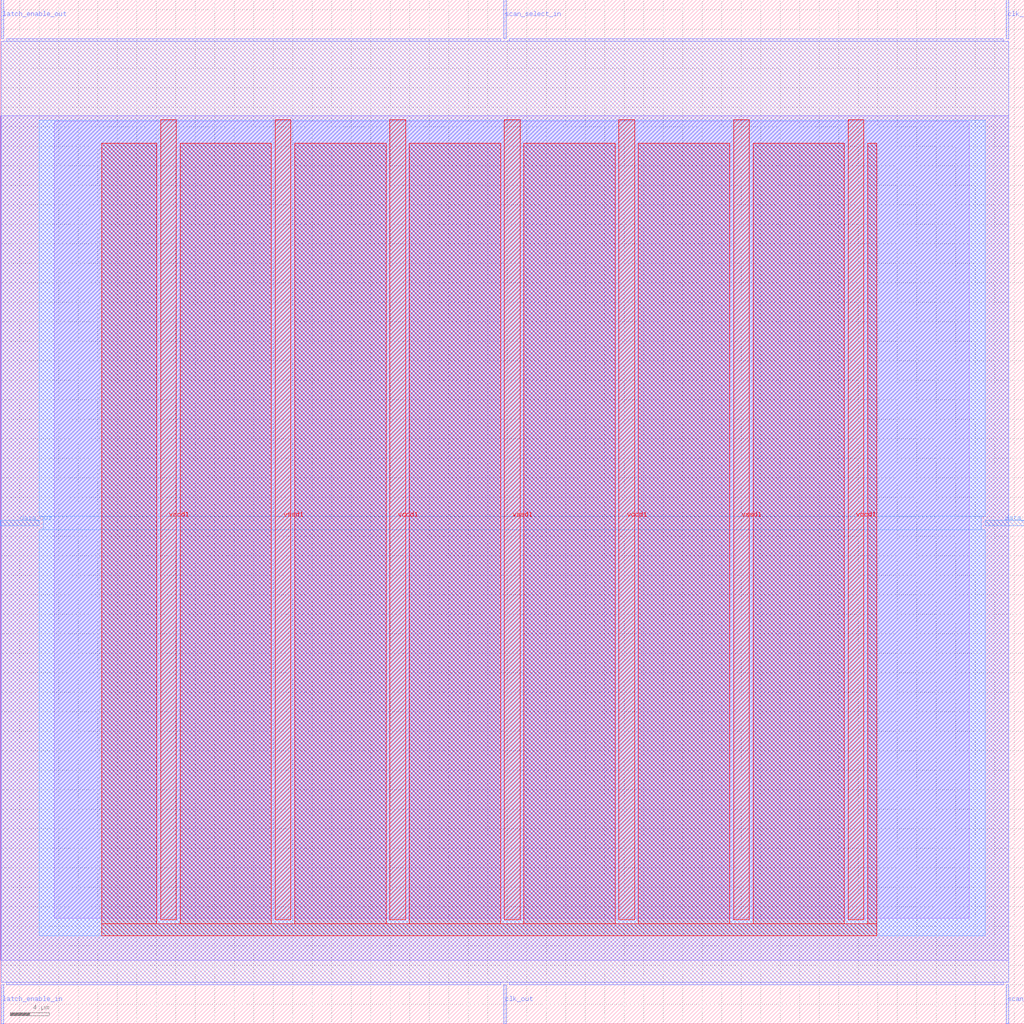
<source format=lef>
VERSION 5.7 ;
  NOWIREEXTENSIONATPIN ON ;
  DIVIDERCHAR "/" ;
  BUSBITCHARS "[]" ;
MACRO scan_wrapper_341419328215712339
  CLASS BLOCK ;
  FOREIGN scan_wrapper_341419328215712339 ;
  ORIGIN 0.000 0.000 ;
  SIZE 105.000 BY 105.000 ;
  PIN clk_in
    DIRECTION INPUT ;
    USE SIGNAL ;
    PORT
      LAYER met2 ;
        RECT 103.130 101.000 103.410 105.000 ;
    END
  END clk_in
  PIN clk_out
    DIRECTION OUTPUT TRISTATE ;
    USE SIGNAL ;
    PORT
      LAYER met2 ;
        RECT 51.610 0.000 51.890 4.000 ;
    END
  END clk_out
  PIN data_in
    DIRECTION INPUT ;
    USE SIGNAL ;
    PORT
      LAYER met3 ;
        RECT 101.000 51.040 105.000 51.640 ;
    END
  END data_in
  PIN data_out
    DIRECTION OUTPUT TRISTATE ;
    USE SIGNAL ;
    PORT
      LAYER met3 ;
        RECT 0.000 51.040 4.000 51.640 ;
    END
  END data_out
  PIN latch_enable_in
    DIRECTION INPUT ;
    USE SIGNAL ;
    PORT
      LAYER met2 ;
        RECT 0.090 0.000 0.370 4.000 ;
    END
  END latch_enable_in
  PIN latch_enable_out
    DIRECTION OUTPUT TRISTATE ;
    USE SIGNAL ;
    PORT
      LAYER met2 ;
        RECT 0.090 101.000 0.370 105.000 ;
    END
  END latch_enable_out
  PIN scan_select_in
    DIRECTION INPUT ;
    USE SIGNAL ;
    PORT
      LAYER met2 ;
        RECT 51.610 101.000 51.890 105.000 ;
    END
  END scan_select_in
  PIN scan_select_out
    DIRECTION OUTPUT TRISTATE ;
    USE SIGNAL ;
    PORT
      LAYER met2 ;
        RECT 103.130 0.000 103.410 4.000 ;
    END
  END scan_select_out
  PIN vccd1
    DIRECTION INOUT ;
    USE POWER ;
    PORT
      LAYER met4 ;
        RECT 16.465 10.640 18.065 92.720 ;
    END
    PORT
      LAYER met4 ;
        RECT 39.955 10.640 41.555 92.720 ;
    END
    PORT
      LAYER met4 ;
        RECT 63.445 10.640 65.045 92.720 ;
    END
    PORT
      LAYER met4 ;
        RECT 86.935 10.640 88.535 92.720 ;
    END
  END vccd1
  PIN vssd1
    DIRECTION INOUT ;
    USE GROUND ;
    PORT
      LAYER met4 ;
        RECT 28.210 10.640 29.810 92.720 ;
    END
    PORT
      LAYER met4 ;
        RECT 51.700 10.640 53.300 92.720 ;
    END
    PORT
      LAYER met4 ;
        RECT 75.190 10.640 76.790 92.720 ;
    END
  END vssd1
  OBS
      LAYER li1 ;
        RECT 5.520 10.795 99.360 92.565 ;
      LAYER met1 ;
        RECT 0.070 6.500 103.430 93.120 ;
      LAYER met2 ;
        RECT 0.650 100.720 51.330 101.000 ;
        RECT 52.170 100.720 102.850 101.000 ;
        RECT 0.100 4.280 103.400 100.720 ;
        RECT 0.650 4.000 51.330 4.280 ;
        RECT 52.170 4.000 102.850 4.280 ;
      LAYER met3 ;
        RECT 4.000 52.040 101.000 92.645 ;
        RECT 4.400 50.640 100.600 52.040 ;
        RECT 4.000 9.015 101.000 50.640 ;
      LAYER met4 ;
        RECT 10.415 10.240 16.065 90.265 ;
        RECT 18.465 10.240 27.810 90.265 ;
        RECT 30.210 10.240 39.555 90.265 ;
        RECT 41.955 10.240 51.300 90.265 ;
        RECT 53.700 10.240 63.045 90.265 ;
        RECT 65.445 10.240 74.790 90.265 ;
        RECT 77.190 10.240 86.535 90.265 ;
        RECT 88.935 10.240 89.865 90.265 ;
        RECT 10.415 9.015 89.865 10.240 ;
  END
END scan_wrapper_341419328215712339
END LIBRARY


</source>
